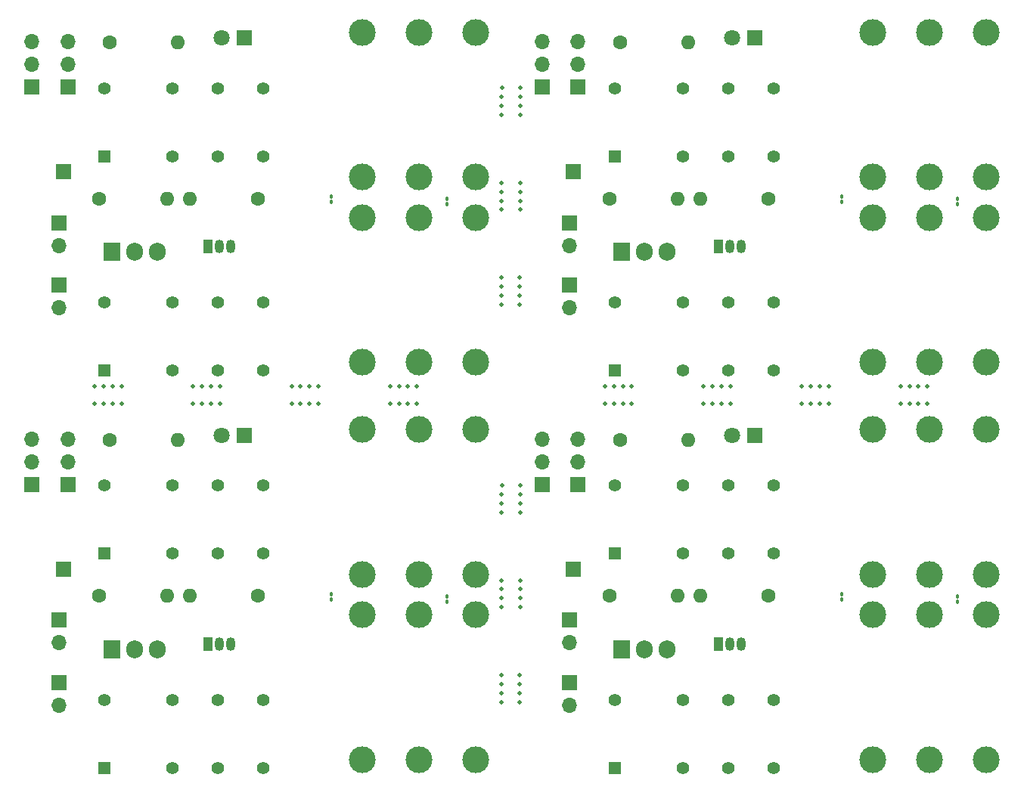
<source format=gbr>
%TF.GenerationSoftware,KiCad,Pcbnew,7.0.9*%
%TF.CreationDate,2024-06-08T21:45:48-04:00*%
%TF.ProjectId,V2 Loop Panel,5632204c-6f6f-4702-9050-616e656c2e6b,rev?*%
%TF.SameCoordinates,Original*%
%TF.FileFunction,Soldermask,Bot*%
%TF.FilePolarity,Negative*%
%FSLAX46Y46*%
G04 Gerber Fmt 4.6, Leading zero omitted, Abs format (unit mm)*
G04 Created by KiCad (PCBNEW 7.0.9) date 2024-06-08 21:45:48*
%MOMM*%
%LPD*%
G01*
G04 APERTURE LIST*
G04 Aperture macros list*
%AMRoundRect*
0 Rectangle with rounded corners*
0 $1 Rounding radius*
0 $2 $3 $4 $5 $6 $7 $8 $9 X,Y pos of 4 corners*
0 Add a 4 corners polygon primitive as box body*
4,1,4,$2,$3,$4,$5,$6,$7,$8,$9,$2,$3,0*
0 Add four circle primitives for the rounded corners*
1,1,$1+$1,$2,$3*
1,1,$1+$1,$4,$5*
1,1,$1+$1,$6,$7*
1,1,$1+$1,$8,$9*
0 Add four rect primitives between the rounded corners*
20,1,$1+$1,$2,$3,$4,$5,0*
20,1,$1+$1,$4,$5,$6,$7,0*
20,1,$1+$1,$6,$7,$8,$9,0*
20,1,$1+$1,$8,$9,$2,$3,0*%
G04 Aperture macros list end*
%ADD10RoundRect,0.100000X-0.100000X0.130000X-0.100000X-0.130000X0.100000X-0.130000X0.100000X0.130000X0*%
%ADD11C,0.500000*%
%ADD12C,1.600000*%
%ADD13O,1.600000X1.600000*%
%ADD14R,1.700000X1.700000*%
%ADD15O,1.700000X1.700000*%
%ADD16R,1.400000X1.400000*%
%ADD17C,1.400000*%
%ADD18R,1.905000X2.000000*%
%ADD19O,1.905000X2.000000*%
%ADD20C,3.000000*%
%ADD21R,1.800000X1.800000*%
%ADD22C,1.800000*%
%ADD23R,1.050000X1.500000*%
%ADD24O,1.050000X1.500000*%
G04 APERTURE END LIST*
D10*
%TO.C,R8*%
X141375000Y-41525000D03*
X141375000Y-42165000D03*
%TD*%
%TO.C,R9*%
X185510398Y-85785399D03*
X185510398Y-86425399D03*
%TD*%
%TO.C,R9*%
X128375000Y-85785399D03*
X128375000Y-86425399D03*
%TD*%
%TO.C,R9*%
X128375000Y-41275000D03*
X128375000Y-41915000D03*
%TD*%
%TO.C,R8*%
X198510398Y-41525000D03*
X198510398Y-42165000D03*
%TD*%
%TO.C,R8*%
X141375000Y-86035399D03*
X141375000Y-86675399D03*
%TD*%
%TO.C,R9*%
X185510398Y-41275000D03*
X185510398Y-41915000D03*
%TD*%
%TO.C,R8*%
X198510398Y-86035399D03*
X198510398Y-86675399D03*
%TD*%
D11*
%TO.C,KiKit_MB_5_4*%
X112918762Y-62506889D03*
%TD*%
D12*
%TO.C,LGate1*%
X159510398Y-86010399D03*
D13*
X167130398Y-86010399D03*
%TD*%
D11*
%TO.C,KiKit_MB_3_2*%
X147407698Y-51382798D03*
%TD*%
D14*
%TO.C,In1*%
X94875000Y-29025000D03*
D15*
X94875000Y-26485000D03*
X94875000Y-23945000D03*
%TD*%
D11*
%TO.C,KiKit_MB_28_2*%
X193108318Y-64510398D03*
%TD*%
%TO.C,KiKit_MB_16_4*%
X147433073Y-87265597D03*
%TD*%
D14*
%TO.C,Out1*%
X98875000Y-29025000D03*
D15*
X98875000Y-26485000D03*
X98875000Y-23945000D03*
%TD*%
D11*
%TO.C,KiKit_MB_26_2*%
X171054159Y-64510398D03*
%TD*%
%TO.C,KiKit_MB_8_4*%
X149508651Y-29127599D03*
%TD*%
D14*
%TO.C,In1*%
X152010398Y-73535399D03*
D15*
X152010398Y-70995399D03*
X152010398Y-68455399D03*
%TD*%
D16*
%TO.C,Right1*%
X103017500Y-60762500D03*
D17*
X110637500Y-60762500D03*
X115717500Y-60762500D03*
X120797500Y-60762500D03*
X120797500Y-53142500D03*
X115717500Y-53142500D03*
X110637500Y-53142500D03*
X103017500Y-53142500D03*
%TD*%
D11*
%TO.C,KiKit_MB_6_2*%
X125945840Y-62504285D03*
%TD*%
%TO.C,KiKit_MB_12_3*%
X171054159Y-62506689D03*
%TD*%
%TO.C,KiKit_MB_19_3*%
X114918762Y-64510398D03*
%TD*%
%TO.C,KiKit_MB_5_3*%
X113918762Y-62506689D03*
%TD*%
%TO.C,KiKit_MB_13_1*%
X184081238Y-62504085D03*
%TD*%
D16*
%TO.C,Left/Mono1*%
X103017500Y-81272899D03*
D17*
X110637500Y-81272899D03*
X115717500Y-81272899D03*
X120797500Y-81272899D03*
X120797500Y-73652899D03*
X115717500Y-73652899D03*
X110637500Y-73652899D03*
X103017500Y-73652899D03*
%TD*%
D11*
%TO.C,KiKit_MB_8_2*%
X149508081Y-31127599D03*
%TD*%
D18*
%TO.C,U1*%
X103795000Y-92010399D03*
D19*
X106335000Y-92010399D03*
X108875000Y-92010399D03*
%TD*%
D11*
%TO.C,KiKit_MB_11_4*%
X159027079Y-62509094D03*
%TD*%
%TO.C,KiKit_MB_9_3*%
X149505339Y-40755199D03*
%TD*%
%TO.C,KiKit_MB_26_3*%
X172054159Y-64510398D03*
%TD*%
D20*
%TO.C,Send1*%
X138200000Y-88145399D03*
X138200000Y-104375399D03*
X144550000Y-88145399D03*
X144550000Y-104375399D03*
X131850000Y-88145399D03*
X131850000Y-104375399D03*
%TD*%
D11*
%TO.C,KiKit_MB_2_3*%
X147436014Y-41755198D03*
%TD*%
%TO.C,KiKit_MB_1_2*%
X147470213Y-30127599D03*
%TD*%
%TO.C,KiKit_MB_16_1*%
X147441896Y-84265597D03*
%TD*%
%TO.C,KiKit_MB_11_2*%
X161027079Y-62508694D03*
%TD*%
%TO.C,KiKit_MB_28_1*%
X192108318Y-64510398D03*
%TD*%
D21*
%TO.C,D1*%
X118650000Y-68010399D03*
D22*
X116110000Y-68010399D03*
%TD*%
D11*
%TO.C,KiKit_MB_19_1*%
X112918762Y-64510398D03*
%TD*%
%TO.C,KiKit_MB_7_4*%
X134972920Y-62502479D03*
%TD*%
D23*
%TO.C,QL1*%
X114605000Y-91370399D03*
D24*
X115875000Y-91370399D03*
X117145000Y-91370399D03*
%TD*%
D11*
%TO.C,KiKit_MB_28_4*%
X195108318Y-64510398D03*
%TD*%
%TO.C,KiKit_MB_21_3*%
X136972920Y-64510398D03*
%TD*%
%TO.C,KiKit_MB_24_4*%
X149502597Y-94893197D03*
%TD*%
D21*
%TO.C,D1*%
X175785398Y-23500000D03*
D22*
X173245398Y-23500000D03*
%TD*%
D11*
%TO.C,KiKit_MB_14_3*%
X193108318Y-62502279D03*
%TD*%
%TO.C,KiKit_MB_10_2*%
X149502027Y-52382798D03*
%TD*%
%TO.C,KiKit_MB_21_4*%
X137972920Y-64510398D03*
%TD*%
%TO.C,KiKit_MB_15_2*%
X147470213Y-74637997D03*
%TD*%
%TO.C,KiKit_MB_27_3*%
X183081238Y-64510398D03*
%TD*%
%TO.C,KiKit_MB_5_2*%
X114918762Y-62506489D03*
%TD*%
%TO.C,KiKit_MB_3_1*%
X147410639Y-50382798D03*
%TD*%
%TO.C,KiKit_MB_11_3*%
X160027079Y-62508894D03*
%TD*%
D14*
%TO.C,In1*%
X94875000Y-73535399D03*
D15*
X94875000Y-70995399D03*
X94875000Y-68455399D03*
%TD*%
D20*
%TO.C,Return1*%
X195335398Y-22885000D03*
X195335398Y-39115000D03*
X201685398Y-22885000D03*
X201685398Y-39115000D03*
X188985398Y-22885000D03*
X188985398Y-39115000D03*
%TD*%
D23*
%TO.C,QL1*%
X171740398Y-46860000D03*
D24*
X173010398Y-46860000D03*
X174280398Y-46860000D03*
%TD*%
D11*
%TO.C,KiKit_MB_20_1*%
X123945840Y-64510398D03*
%TD*%
%TO.C,KiKit_MB_19_4*%
X115918762Y-64510398D03*
%TD*%
D14*
%TO.C,J1*%
X98375000Y-83010399D03*
%TD*%
%TO.C,J2*%
X97875000Y-95735399D03*
D15*
X97875000Y-98275399D03*
%TD*%
D14*
%TO.C,J2*%
X97875000Y-51225000D03*
D15*
X97875000Y-53765000D03*
%TD*%
D11*
%TO.C,KiKit_MB_23_1*%
X149504769Y-87265597D03*
%TD*%
%TO.C,KiKit_MB_5_1*%
X115918762Y-62506290D03*
%TD*%
%TO.C,KiKit_MB_26_4*%
X173054159Y-64510398D03*
%TD*%
%TO.C,KiKit_MB_17_2*%
X147407698Y-95893197D03*
%TD*%
%TO.C,KiKit_MB_1_3*%
X147467272Y-31127599D03*
%TD*%
D12*
%TO.C,RLed1*%
X103565000Y-24000000D03*
D13*
X111185000Y-24000000D03*
%TD*%
D11*
%TO.C,KiKit_MB_12_2*%
X172054159Y-62506489D03*
%TD*%
D12*
%TO.C,LeftPD1*%
X177320398Y-41500000D03*
D13*
X169700398Y-41500000D03*
%TD*%
D11*
%TO.C,KiKit_MB_2_4*%
X147433073Y-42755198D03*
%TD*%
%TO.C,KiKit_MB_27_4*%
X184081238Y-64510398D03*
%TD*%
D14*
%TO.C,In1*%
X152010398Y-29025000D03*
D15*
X152010398Y-26485000D03*
X152010398Y-23945000D03*
%TD*%
D11*
%TO.C,KiKit_MB_11_1*%
X162027079Y-62508495D03*
%TD*%
%TO.C,KiKit_MB_10_3*%
X149502312Y-51382798D03*
%TD*%
%TO.C,KiKit_MB_2_1*%
X147441896Y-39755199D03*
%TD*%
%TO.C,KiKit_MB_22_1*%
X149507797Y-76637997D03*
%TD*%
%TO.C,KiKit_MB_8_1*%
X149507797Y-32127599D03*
%TD*%
%TO.C,KiKit_MB_22_4*%
X149508651Y-73637997D03*
%TD*%
%TO.C,KiKit_MB_19_2*%
X113918762Y-64510398D03*
%TD*%
%TO.C,KiKit_MB_4_4*%
X101891682Y-62509094D03*
%TD*%
%TO.C,KiKit_MB_24_2*%
X149502027Y-96893197D03*
%TD*%
%TO.C,KiKit_MB_17_1*%
X147410639Y-94893197D03*
%TD*%
%TO.C,KiKit_MB_15_1*%
X147473154Y-73637997D03*
%TD*%
D12*
%TO.C,LeftPD1*%
X177320398Y-86010399D03*
D13*
X169700398Y-86010399D03*
%TD*%
D16*
%TO.C,Right1*%
X160152898Y-105272899D03*
D17*
X167772898Y-105272899D03*
X172852898Y-105272899D03*
X177932898Y-105272899D03*
X177932898Y-97652899D03*
X172852898Y-97652899D03*
X167772898Y-97652899D03*
X160152898Y-97652899D03*
%TD*%
D16*
%TO.C,Left/Mono1*%
X160152898Y-81272899D03*
D17*
X167772898Y-81272899D03*
X172852898Y-81272899D03*
X177932898Y-81272899D03*
X177932898Y-73652899D03*
X172852898Y-73652899D03*
X167772898Y-73652899D03*
X160152898Y-73652899D03*
%TD*%
D14*
%TO.C,Out1*%
X98875000Y-73535399D03*
D15*
X98875000Y-70995399D03*
X98875000Y-68455399D03*
%TD*%
D11*
%TO.C,KiKit_MB_6_3*%
X124945840Y-62504484D03*
%TD*%
%TO.C,KiKit_MB_22_3*%
X149508366Y-74637997D03*
%TD*%
%TO.C,KiKit_MB_27_2*%
X182081238Y-64510398D03*
%TD*%
%TO.C,KiKit_MB_18_2*%
X102891682Y-64510398D03*
%TD*%
%TO.C,KiKit_MB_12_4*%
X170054159Y-62506889D03*
%TD*%
D14*
%TO.C,J3*%
X97875000Y-88735399D03*
D15*
X97875000Y-91275399D03*
%TD*%
D11*
%TO.C,KiKit_MB_15_3*%
X147467272Y-75637997D03*
%TD*%
%TO.C,KiKit_MB_20_3*%
X125945840Y-64510398D03*
%TD*%
%TO.C,KiKit_MB_8_3*%
X149508366Y-30127599D03*
%TD*%
%TO.C,KiKit_MB_21_2*%
X135972920Y-64510398D03*
%TD*%
%TO.C,KiKit_MB_13_2*%
X183081238Y-62504285D03*
%TD*%
D20*
%TO.C,Send1*%
X195335398Y-88145399D03*
X195335398Y-104375399D03*
X201685398Y-88145399D03*
X201685398Y-104375399D03*
X188985398Y-88145399D03*
X188985398Y-104375399D03*
%TD*%
D11*
%TO.C,KiKit_MB_25_3*%
X161027079Y-64510398D03*
%TD*%
%TO.C,KiKit_MB_12_1*%
X173054159Y-62506290D03*
%TD*%
%TO.C,KiKit_MB_9_2*%
X149505054Y-41755198D03*
%TD*%
D16*
%TO.C,Left/Mono1*%
X103017500Y-36762500D03*
D17*
X110637500Y-36762500D03*
X115717500Y-36762500D03*
X120797500Y-36762500D03*
X120797500Y-29142500D03*
X115717500Y-29142500D03*
X110637500Y-29142500D03*
X103017500Y-29142500D03*
%TD*%
D11*
%TO.C,KiKit_MB_20_4*%
X126945840Y-64510398D03*
%TD*%
%TO.C,KiKit_MB_4_3*%
X102891682Y-62508894D03*
%TD*%
D16*
%TO.C,Right1*%
X160152898Y-60762500D03*
D17*
X167772898Y-60762500D03*
X172852898Y-60762500D03*
X177932898Y-60762500D03*
X177932898Y-53142500D03*
X172852898Y-53142500D03*
X167772898Y-53142500D03*
X160152898Y-53142500D03*
%TD*%
D11*
%TO.C,KiKit_MB_23_2*%
X149505054Y-86265597D03*
%TD*%
%TO.C,KiKit_MB_24_3*%
X149502312Y-95893197D03*
%TD*%
D14*
%TO.C,J1*%
X155510398Y-38500000D03*
%TD*%
D11*
%TO.C,KiKit_MB_6_4*%
X123945840Y-62504684D03*
%TD*%
D16*
%TO.C,Right1*%
X103017500Y-105272899D03*
D17*
X110637500Y-105272899D03*
X115717500Y-105272899D03*
X120797500Y-105272899D03*
X120797500Y-97652899D03*
X115717500Y-97652899D03*
X110637500Y-97652899D03*
X103017500Y-97652899D03*
%TD*%
D11*
%TO.C,KiKit_MB_20_2*%
X124945840Y-64510398D03*
%TD*%
D12*
%TO.C,LGate1*%
X102375000Y-41500000D03*
D13*
X109995000Y-41500000D03*
%TD*%
D11*
%TO.C,KiKit_MB_13_3*%
X182081238Y-62504484D03*
%TD*%
D12*
%TO.C,LGate1*%
X102375000Y-86010399D03*
D13*
X109995000Y-86010399D03*
%TD*%
D11*
%TO.C,KiKit_MB_10_1*%
X149501742Y-53382798D03*
%TD*%
%TO.C,KiKit_MB_14_2*%
X194108318Y-62502080D03*
%TD*%
%TO.C,KiKit_MB_3_4*%
X147401816Y-53382798D03*
%TD*%
%TO.C,KiKit_MB_25_1*%
X159027079Y-64510398D03*
%TD*%
D21*
%TO.C,D1*%
X175785398Y-68010399D03*
D22*
X173245398Y-68010399D03*
%TD*%
D14*
%TO.C,J1*%
X98375000Y-38500000D03*
%TD*%
D11*
%TO.C,KiKit_MB_2_2*%
X147438955Y-40755199D03*
%TD*%
%TO.C,KiKit_MB_3_3*%
X147404757Y-52382798D03*
%TD*%
%TO.C,KiKit_MB_16_3*%
X147436014Y-86265597D03*
%TD*%
%TO.C,KiKit_MB_21_1*%
X134972920Y-64510398D03*
%TD*%
%TO.C,KiKit_MB_16_2*%
X147438955Y-85265597D03*
%TD*%
%TO.C,KiKit_MB_6_1*%
X126945840Y-62504085D03*
%TD*%
D14*
%TO.C,J2*%
X155010398Y-51225000D03*
D15*
X155010398Y-53765000D03*
%TD*%
D11*
%TO.C,KiKit_MB_15_4*%
X147464330Y-76637997D03*
%TD*%
%TO.C,KiKit_MB_28_3*%
X194108318Y-64510398D03*
%TD*%
D23*
%TO.C,QL1*%
X114605000Y-46860000D03*
D24*
X115875000Y-46860000D03*
X117145000Y-46860000D03*
%TD*%
D18*
%TO.C,U1*%
X160930398Y-92010399D03*
D19*
X163470398Y-92010399D03*
X166010398Y-92010399D03*
%TD*%
D14*
%TO.C,J3*%
X155010398Y-44225000D03*
D15*
X155010398Y-46765000D03*
%TD*%
D21*
%TO.C,D1*%
X118650000Y-23500000D03*
D22*
X116110000Y-23500000D03*
%TD*%
D14*
%TO.C,J3*%
X155010398Y-88735399D03*
D15*
X155010398Y-91275399D03*
%TD*%
D11*
%TO.C,KiKit_MB_4_1*%
X104891682Y-62508495D03*
%TD*%
D18*
%TO.C,U1*%
X160930398Y-47500000D03*
D19*
X163470398Y-47500000D03*
X166010398Y-47500000D03*
%TD*%
D20*
%TO.C,Return1*%
X138200000Y-67395399D03*
X138200000Y-83625399D03*
X144550000Y-67395399D03*
X144550000Y-83625399D03*
X131850000Y-67395399D03*
X131850000Y-83625399D03*
%TD*%
D11*
%TO.C,KiKit_MB_10_4*%
X149502597Y-50382798D03*
%TD*%
D14*
%TO.C,Out1*%
X156010398Y-29025000D03*
D15*
X156010398Y-26485000D03*
X156010398Y-23945000D03*
%TD*%
D11*
%TO.C,KiKit_MB_25_2*%
X160027079Y-64510398D03*
%TD*%
%TO.C,KiKit_MB_18_3*%
X103891682Y-64510398D03*
%TD*%
D16*
%TO.C,Left/Mono1*%
X160152898Y-36762500D03*
D17*
X167772898Y-36762500D03*
X172852898Y-36762500D03*
X177932898Y-36762500D03*
X177932898Y-29142500D03*
X172852898Y-29142500D03*
X167772898Y-29142500D03*
X160152898Y-29142500D03*
%TD*%
D18*
%TO.C,U1*%
X103795000Y-47500000D03*
D19*
X106335000Y-47500000D03*
X108875000Y-47500000D03*
%TD*%
D11*
%TO.C,KiKit_MB_23_3*%
X149505339Y-85265597D03*
%TD*%
%TO.C,KiKit_MB_7_1*%
X137972920Y-62501880D03*
%TD*%
D12*
%TO.C,RLed1*%
X103565000Y-68510399D03*
D13*
X111185000Y-68510399D03*
%TD*%
D14*
%TO.C,J3*%
X97875000Y-44225000D03*
D15*
X97875000Y-46765000D03*
%TD*%
D11*
%TO.C,KiKit_MB_9_4*%
X149505624Y-39755199D03*
%TD*%
D20*
%TO.C,Return1*%
X138200000Y-22885000D03*
X138200000Y-39115000D03*
X144550000Y-22885000D03*
X144550000Y-39115000D03*
X131850000Y-22885000D03*
X131850000Y-39115000D03*
%TD*%
D14*
%TO.C,J1*%
X155510398Y-83010399D03*
%TD*%
D20*
%TO.C,Send1*%
X138200000Y-43635000D03*
X138200000Y-59865000D03*
X144550000Y-43635000D03*
X144550000Y-59865000D03*
X131850000Y-43635000D03*
X131850000Y-59865000D03*
%TD*%
D11*
%TO.C,KiKit_MB_18_4*%
X104891682Y-64510398D03*
%TD*%
D20*
%TO.C,Return1*%
X195335398Y-67395399D03*
X195335398Y-83625399D03*
X201685398Y-67395399D03*
X201685398Y-83625399D03*
X188985398Y-67395399D03*
X188985398Y-83625399D03*
%TD*%
%TO.C,Send1*%
X195335398Y-43635000D03*
X195335398Y-59865000D03*
X201685398Y-43635000D03*
X201685398Y-59865000D03*
X188985398Y-43635000D03*
X188985398Y-59865000D03*
%TD*%
D12*
%TO.C,RLed1*%
X160700398Y-24000000D03*
D13*
X168320398Y-24000000D03*
%TD*%
D11*
%TO.C,KiKit_MB_17_3*%
X147404757Y-96893197D03*
%TD*%
%TO.C,KiKit_MB_26_1*%
X170054159Y-64510398D03*
%TD*%
%TO.C,KiKit_MB_18_1*%
X101891682Y-64510398D03*
%TD*%
D14*
%TO.C,Out1*%
X156010398Y-73535399D03*
D15*
X156010398Y-70995399D03*
X156010398Y-68455399D03*
%TD*%
D11*
%TO.C,KiKit_MB_1_1*%
X147473154Y-29127599D03*
%TD*%
D14*
%TO.C,J2*%
X155010398Y-95735399D03*
D15*
X155010398Y-98275399D03*
%TD*%
D11*
%TO.C,KiKit_MB_7_3*%
X135972920Y-62502279D03*
%TD*%
%TO.C,KiKit_MB_4_2*%
X103891682Y-62508694D03*
%TD*%
%TO.C,KiKit_MB_14_1*%
X195108318Y-62501880D03*
%TD*%
%TO.C,KiKit_MB_27_1*%
X181081238Y-64510398D03*
%TD*%
%TO.C,KiKit_MB_9_1*%
X149504769Y-42755198D03*
%TD*%
D12*
%TO.C,LGate1*%
X159510398Y-41500000D03*
D13*
X167130398Y-41500000D03*
%TD*%
D12*
%TO.C,LeftPD1*%
X120185000Y-86010399D03*
D13*
X112565000Y-86010399D03*
%TD*%
D11*
%TO.C,KiKit_MB_7_2*%
X136972920Y-62502080D03*
%TD*%
%TO.C,KiKit_MB_22_2*%
X149508081Y-75637997D03*
%TD*%
%TO.C,KiKit_MB_14_4*%
X192108318Y-62502479D03*
%TD*%
%TO.C,KiKit_MB_24_1*%
X149501742Y-97893197D03*
%TD*%
%TO.C,KiKit_MB_13_4*%
X181081238Y-62504684D03*
%TD*%
D12*
%TO.C,LeftPD1*%
X120185000Y-41500000D03*
D13*
X112565000Y-41500000D03*
%TD*%
D12*
%TO.C,RLed1*%
X160700398Y-68510399D03*
D13*
X168320398Y-68510399D03*
%TD*%
D11*
%TO.C,KiKit_MB_17_4*%
X147401816Y-97893197D03*
%TD*%
%TO.C,KiKit_MB_25_4*%
X162027079Y-64510398D03*
%TD*%
%TO.C,KiKit_MB_23_4*%
X149505624Y-84265597D03*
%TD*%
D23*
%TO.C,QL1*%
X171740398Y-91370399D03*
D24*
X173010398Y-91370399D03*
X174280398Y-91370399D03*
%TD*%
D11*
%TO.C,KiKit_MB_1_4*%
X147464330Y-32127599D03*
%TD*%
M02*

</source>
